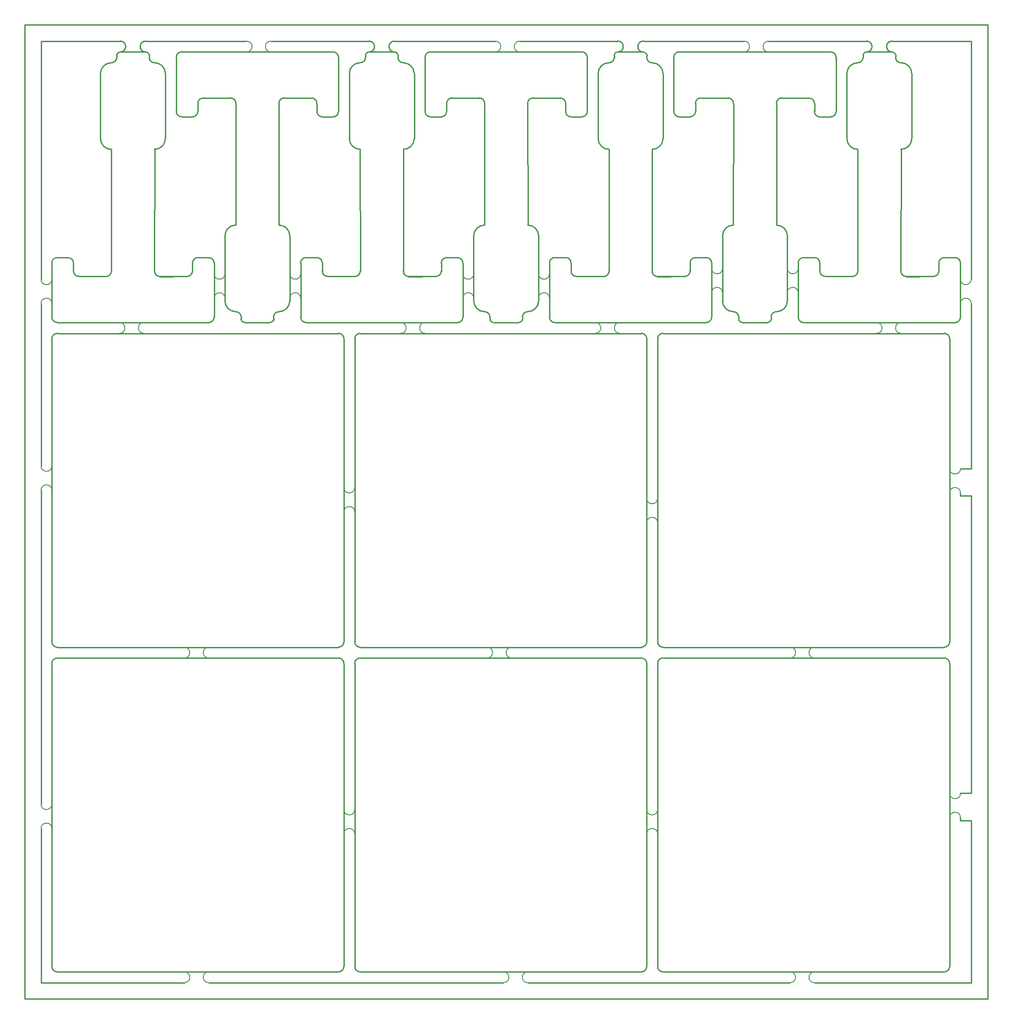
<source format=gko>
G04 Layer_Color=16711935*
%FSLAX44Y44*%
%MOMM*%
G71*
G01*
G75*
%ADD30C,0.2000*%
%ADD31C,0.2540*%
D30*
X295000Y630000D02*
G03*
X295000Y650000I0J10000D01*
G01*
X340000D02*
G03*
X340000Y630000I0J-10000D01*
G01*
X295000Y30000D02*
G03*
X295000Y50000I0J10000D01*
G01*
X340000D02*
G03*
X340000Y30000I0J-10000D01*
G01*
X885000D02*
G03*
X885000Y50000I0J10000D01*
G01*
X930000D02*
G03*
X930000Y30000I0J-10000D01*
G01*
X1415000D02*
G03*
X1415000Y50000I0J10000D01*
G01*
X1460000D02*
G03*
X1460000Y30000I0J-10000D01*
G01*
X1415000Y630000D02*
G03*
X1415000Y650000I0J10000D01*
G01*
X1460000D02*
G03*
X1460000Y630000I0J-10000D01*
G01*
X855000D02*
G03*
X855000Y650000I0J10000D01*
G01*
X900000D02*
G03*
X900000Y630000I0J-10000D01*
G01*
X175000Y1230000D02*
G03*
X175000Y1250000I0J10000D01*
G01*
X220000D02*
G03*
X220000Y1230000I0J-10000D01*
G01*
X695000D02*
G03*
X695000Y1250000I0J10000D01*
G01*
X740000D02*
G03*
X740000Y1230000I0J-10000D01*
G01*
X1055000D02*
G03*
X1055000Y1250000I0J10000D01*
G01*
X1100000D02*
G03*
X1100000Y1230000I0J-10000D01*
G01*
X1575000D02*
G03*
X1575000Y1250000I0J10000D01*
G01*
X1620000D02*
G03*
X1620000Y1230000I0J-10000D01*
G01*
X50000Y315000D02*
G03*
X30000Y315000I-10000J0D01*
G01*
Y360000D02*
G03*
X50000Y360000I10000J0D01*
G01*
X610000Y305000D02*
G03*
X590000Y305000I-10000J0D01*
G01*
Y350000D02*
G03*
X610000Y350000I10000J0D01*
G01*
X1170000Y305000D02*
G03*
X1150000Y305000I-10000J0D01*
G01*
Y350000D02*
G03*
X1170000Y350000I10000J0D01*
G01*
X1730000Y335000D02*
G03*
X1710000Y335000I-10000J0D01*
G01*
Y380000D02*
G03*
X1730000Y380000I10000J0D01*
G01*
Y935000D02*
G03*
X1710000Y935000I-10000J0D01*
G01*
Y980000D02*
G03*
X1730000Y980000I10000J0D01*
G01*
X1750000Y1285000D02*
G03*
X1730000Y1285000I-10000J0D01*
G01*
Y1330000D02*
G03*
X1750000Y1330000I10000J0D01*
G01*
X1430000Y1305000D02*
G03*
X1410000Y1305000I-10000J0D01*
G01*
Y1350000D02*
G03*
X1430000Y1350000I10000J0D01*
G01*
X1290000Y1305000D02*
G03*
X1270000Y1305000I-10000J0D01*
G01*
Y1350000D02*
G03*
X1290000Y1350000I10000J0D01*
G01*
X970000Y1295000D02*
G03*
X950000Y1295000I-10000J0D01*
G01*
Y1340000D02*
G03*
X970000Y1340000I10000J0D01*
G01*
X830000Y1295000D02*
G03*
X810000Y1295000I-10000J0D01*
G01*
Y1340000D02*
G03*
X830000Y1340000I10000J0D01*
G01*
X510000Y1295000D02*
G03*
X490000Y1295000I-10000J0D01*
G01*
Y1340000D02*
G03*
X510000Y1340000I10000J0D01*
G01*
X370000Y1295000D02*
G03*
X350000Y1295000I-10000J0D01*
G01*
Y1340000D02*
G03*
X370000Y1340000I10000J0D01*
G01*
X50000Y1285000D02*
G03*
X30000Y1285000I-10000J0D01*
G01*
Y1330000D02*
G03*
X50000Y1330000I10000J0D01*
G01*
X455000Y1770000D02*
G03*
X455000Y1750000I0J-10000D01*
G01*
X410000D02*
G03*
X410000Y1770000I0J10000D01*
G01*
X915000D02*
G03*
X915000Y1750000I0J-10000D01*
G01*
X870000D02*
G03*
X870000Y1770000I0J10000D01*
G01*
X1375000D02*
G03*
X1375000Y1750000I0J-10000D01*
G01*
X1330000D02*
G03*
X1330000Y1770000I0J10000D01*
G01*
X30000Y985000D02*
G03*
X50000Y985000I10000J0D01*
G01*
Y940000D02*
G03*
X30000Y940000I-10000J0D01*
G01*
X590000Y945000D02*
G03*
X610000Y945000I10000J0D01*
G01*
Y900000D02*
G03*
X590000Y900000I-10000J0D01*
G01*
X1150000Y925000D02*
G03*
X1170000Y925000I10000J0D01*
G01*
Y880000D02*
G03*
X1150000Y880000I-10000J0D01*
G01*
D31*
X580000Y50000D02*
G03*
X590000Y60000I0J10000D01*
G01*
X50000D02*
G03*
X60000Y50000I10000J0D01*
G01*
X590000Y620000D02*
G03*
X580000Y630000I-10000J0D01*
G01*
X60000D02*
G03*
X50000Y620000I0J-10000D01*
G01*
X1140000Y50000D02*
G03*
X1150000Y60000I0J10000D01*
G01*
X610000D02*
G03*
X620000Y50000I10000J0D01*
G01*
X1150000Y620000D02*
G03*
X1140000Y630000I-10000J0D01*
G01*
X620000D02*
G03*
X610000Y620000I0J-10000D01*
G01*
X1700000Y50000D02*
G03*
X1710000Y60000I0J10000D01*
G01*
X1170000D02*
G03*
X1180000Y50000I10000J0D01*
G01*
X1710000Y620000D02*
G03*
X1700000Y630000I-10000J0D01*
G01*
X1180000D02*
G03*
X1170000Y620000I0J-10000D01*
G01*
X1700000Y650000D02*
G03*
X1710000Y660000I0J10000D01*
G01*
X1170000D02*
G03*
X1180000Y650000I10000J0D01*
G01*
X1710000Y1220000D02*
G03*
X1700000Y1230000I-10000J0D01*
G01*
X1180000D02*
G03*
X1170000Y1220000I0J-10000D01*
G01*
X1140000Y650000D02*
G03*
X1150000Y660000I0J10000D01*
G01*
X610000D02*
G03*
X620000Y650000I10000J0D01*
G01*
X1150000Y1220000D02*
G03*
X1140000Y1230000I-10000J0D01*
G01*
X620000D02*
G03*
X610000Y1220000I0J-10000D01*
G01*
X580000Y650000D02*
G03*
X590000Y660000I0J10000D01*
G01*
X50000D02*
G03*
X60000Y650000I10000J0D01*
G01*
X590000Y1220000D02*
G03*
X580000Y1230000I-10000J0D01*
G01*
X60000D02*
G03*
X50000Y1220000I0J-10000D01*
G01*
X290000Y1750085D02*
G03*
X280000Y1740085I0J-10000D01*
G01*
Y1640085D02*
G03*
X290000Y1630085I10000J0D01*
G01*
X310000Y1630085D02*
G03*
X320000Y1640085I-0J10000D01*
G01*
X330000Y1664889D02*
G03*
X320000Y1655085I-99J-9902D01*
G01*
X540000Y1655000D02*
G03*
X530000Y1664803I-9902J-99D01*
G01*
X540000Y1640000D02*
G03*
X550000Y1630000I10000J-0D01*
G01*
X570000Y1630000D02*
G03*
X580000Y1640000I0J10000D01*
G01*
Y1740000D02*
G03*
X570000Y1750000I-10000J-0D01*
G01*
X390215Y1655000D02*
G03*
X380215Y1665000I-10000J0D01*
G01*
X479785D02*
G03*
X469785Y1655000I0J-10000D01*
G01*
X400000Y1260000D02*
G03*
X390000Y1270000I-10000J0D01*
G01*
X470000D02*
G03*
X460000Y1260000I0J-10000D01*
G01*
X399893Y1255000D02*
G03*
X407000Y1250000I6740J2029D01*
G01*
X453000D02*
G03*
X460107Y1255000I368J7029D01*
G01*
X470000Y1270000D02*
G03*
X490000Y1290000I0J20000D01*
G01*
X370000D02*
G03*
X390000Y1270000I20000J0D01*
G01*
X390000Y1430000D02*
G03*
X370000Y1410000I0J-20000D01*
G01*
X490000D02*
G03*
X470000Y1430000I-20000J-0D01*
G01*
X750000Y1750085D02*
G03*
X740000Y1740085I0J-10000D01*
G01*
Y1640085D02*
G03*
X750000Y1630085I10000J0D01*
G01*
X770000Y1630085D02*
G03*
X780000Y1640085I-0J10000D01*
G01*
X790000Y1664889D02*
G03*
X780000Y1655085I-99J-9902D01*
G01*
X1000000Y1655000D02*
G03*
X990000Y1664803I-9902J-99D01*
G01*
X1000000Y1640000D02*
G03*
X1010000Y1630000I10000J-0D01*
G01*
X1030000Y1630000D02*
G03*
X1040000Y1640000I0J10000D01*
G01*
Y1740000D02*
G03*
X1030000Y1750000I-10000J-0D01*
G01*
X850215Y1655000D02*
G03*
X840215Y1665000I-10000J0D01*
G01*
X939785D02*
G03*
X929785Y1655000I0J-10000D01*
G01*
X860000Y1260000D02*
G03*
X850000Y1270000I-10000J0D01*
G01*
X930000D02*
G03*
X920000Y1260000I0J-10000D01*
G01*
X859893Y1255000D02*
G03*
X867000Y1250000I6740J2029D01*
G01*
X913000D02*
G03*
X920107Y1255000I368J7029D01*
G01*
X930000Y1270000D02*
G03*
X950000Y1290000I0J20000D01*
G01*
X830000D02*
G03*
X850000Y1270000I20000J0D01*
G01*
X850000Y1430000D02*
G03*
X830000Y1410000I0J-20000D01*
G01*
X950000D02*
G03*
X930000Y1430000I-20000J-0D01*
G01*
X1210000Y1750085D02*
G03*
X1200000Y1740085I0J-10000D01*
G01*
Y1640085D02*
G03*
X1210000Y1630085I10000J0D01*
G01*
X1230000Y1630085D02*
G03*
X1240000Y1640085I-0J10000D01*
G01*
X1250000Y1664889D02*
G03*
X1240000Y1655085I-99J-9902D01*
G01*
X1460000Y1655000D02*
G03*
X1450000Y1664803I-9902J-99D01*
G01*
X1460000Y1640000D02*
G03*
X1470000Y1630000I10000J-0D01*
G01*
X1490000Y1630000D02*
G03*
X1500000Y1640000I0J10000D01*
G01*
Y1740000D02*
G03*
X1490000Y1750000I-10000J-0D01*
G01*
X1310215Y1655000D02*
G03*
X1300215Y1665000I-10000J0D01*
G01*
X1399785D02*
G03*
X1389785Y1655000I0J-10000D01*
G01*
X1320000Y1260000D02*
G03*
X1310000Y1270000I-10000J0D01*
G01*
X1390000D02*
G03*
X1380000Y1260000I0J-10000D01*
G01*
X1319892Y1255000D02*
G03*
X1327000Y1250000I6740J2029D01*
G01*
X1373000D02*
G03*
X1380107Y1255000I368J7029D01*
G01*
X1390000Y1270000D02*
G03*
X1410000Y1290000I0J20000D01*
G01*
X1290000D02*
G03*
X1310000Y1270000I20000J0D01*
G01*
X1310000Y1430000D02*
G03*
X1290000Y1410000I0J-20000D01*
G01*
X1410000D02*
G03*
X1390000Y1430000I-20000J-0D01*
G01*
X140000Y1590000D02*
G03*
X160000Y1570000I20000J0D01*
G01*
X240000D02*
G03*
X260000Y1590000I0J20000D01*
G01*
Y1710000D02*
G03*
X240000Y1730000I-20000J-0D01*
G01*
X160000Y1730000D02*
G03*
X140000Y1710000I0J-20000D01*
G01*
X177000Y1750000D02*
G03*
X169893Y1745000I-368J-7029D01*
G01*
X230107D02*
G03*
X223000Y1750000I-6740J-2029D01*
G01*
X160000Y1730000D02*
G03*
X170000Y1740000I0J10000D01*
G01*
X230000D02*
G03*
X240000Y1730000I10000J0D01*
G01*
X150215Y1335000D02*
G03*
X160215Y1345000I0J10000D01*
G01*
X239785D02*
G03*
X249785Y1335000I10000J0D01*
G01*
X50000Y1260000D02*
G03*
X60000Y1250000I10000J0D01*
G01*
Y1370000D02*
G03*
X50000Y1360000I0J-10000D01*
G01*
X90000Y1360000D02*
G03*
X80000Y1370000I-10000J0D01*
G01*
X90000Y1345000D02*
G03*
X100000Y1335197I9902J99D01*
G01*
X300000Y1335111D02*
G03*
X310000Y1344915I99J9902D01*
G01*
X320000Y1369915D02*
G03*
X310000Y1359915I0J-10000D01*
G01*
X350000Y1359915D02*
G03*
X340000Y1369915I-10000J-0D01*
G01*
Y1249915D02*
G03*
X350000Y1259915I0J10000D01*
G01*
X600000Y1590000D02*
G03*
X620000Y1570000I20000J0D01*
G01*
X700000D02*
G03*
X720000Y1590000I0J20000D01*
G01*
Y1710000D02*
G03*
X700000Y1730000I-20000J-0D01*
G01*
X620000Y1730000D02*
G03*
X600000Y1710000I0J-20000D01*
G01*
X637000Y1750000D02*
G03*
X629893Y1745000I-368J-7029D01*
G01*
X690107D02*
G03*
X683000Y1750000I-6740J-2029D01*
G01*
X620000Y1730000D02*
G03*
X630000Y1740000I0J10000D01*
G01*
X690000D02*
G03*
X700000Y1730000I10000J0D01*
G01*
X610215Y1335000D02*
G03*
X620215Y1345000I0J10000D01*
G01*
X699785D02*
G03*
X709785Y1335000I10000J0D01*
G01*
X510000Y1260000D02*
G03*
X520000Y1250000I10000J0D01*
G01*
Y1370000D02*
G03*
X510000Y1360000I0J-10000D01*
G01*
X550000Y1360000D02*
G03*
X540000Y1370000I-10000J0D01*
G01*
X550000Y1345000D02*
G03*
X560000Y1335197I9902J99D01*
G01*
X760000Y1335111D02*
G03*
X770000Y1344915I99J9902D01*
G01*
X780000Y1369915D02*
G03*
X770000Y1359915I0J-10000D01*
G01*
X810000Y1359915D02*
G03*
X800000Y1369915I-10000J-0D01*
G01*
Y1249915D02*
G03*
X810000Y1259915I0J10000D01*
G01*
X1060000Y1590000D02*
G03*
X1080000Y1570000I20000J0D01*
G01*
X1160000D02*
G03*
X1180000Y1590000I0J20000D01*
G01*
Y1710000D02*
G03*
X1160000Y1730000I-20000J-0D01*
G01*
X1080000Y1730000D02*
G03*
X1060000Y1710000I0J-20000D01*
G01*
X1097000Y1750000D02*
G03*
X1089893Y1745000I-368J-7029D01*
G01*
X1150107D02*
G03*
X1143000Y1750000I-6740J-2029D01*
G01*
X1080000Y1730000D02*
G03*
X1090000Y1740000I0J10000D01*
G01*
X1150000D02*
G03*
X1160000Y1730000I10000J0D01*
G01*
X1070215Y1335000D02*
G03*
X1080215Y1345000I0J10000D01*
G01*
X1159785D02*
G03*
X1169785Y1335000I10000J0D01*
G01*
X970000Y1260000D02*
G03*
X980000Y1250000I10000J0D01*
G01*
Y1370000D02*
G03*
X970000Y1360000I0J-10000D01*
G01*
X1010000Y1360000D02*
G03*
X1000000Y1370000I-10000J0D01*
G01*
X1010000Y1345000D02*
G03*
X1020000Y1335197I9902J99D01*
G01*
X1220000Y1335111D02*
G03*
X1230000Y1344915I99J9902D01*
G01*
X1240000Y1369915D02*
G03*
X1230000Y1359915I0J-10000D01*
G01*
X1270000Y1359915D02*
G03*
X1260000Y1369915I-10000J-0D01*
G01*
Y1249915D02*
G03*
X1270000Y1259915I0J10000D01*
G01*
X1520000Y1590000D02*
G03*
X1540000Y1570000I20000J0D01*
G01*
X1620000D02*
G03*
X1640000Y1590000I0J20000D01*
G01*
Y1710000D02*
G03*
X1620000Y1730000I-20000J-0D01*
G01*
X1540000Y1730000D02*
G03*
X1520000Y1710000I0J-20000D01*
G01*
X1557000Y1750000D02*
G03*
X1549893Y1745000I-368J-7029D01*
G01*
X1610107D02*
G03*
X1603000Y1750000I-6740J-2029D01*
G01*
X1540000Y1730000D02*
G03*
X1550000Y1740000I0J10000D01*
G01*
X1610000D02*
G03*
X1620000Y1730000I10000J0D01*
G01*
X1530215Y1335000D02*
G03*
X1540215Y1345000I0J10000D01*
G01*
X1619785D02*
G03*
X1629785Y1335000I10000J0D01*
G01*
X1430000Y1260000D02*
G03*
X1440000Y1250000I10000J0D01*
G01*
Y1370000D02*
G03*
X1430000Y1360000I0J-10000D01*
G01*
X1470000Y1360000D02*
G03*
X1460000Y1370000I-10000J0D01*
G01*
X1470000Y1345000D02*
G03*
X1480000Y1335197I9902J99D01*
G01*
X1680000Y1335111D02*
G03*
X1690000Y1344915I99J9902D01*
G01*
X1700000Y1369915D02*
G03*
X1690000Y1359915I0J-10000D01*
G01*
X1730000Y1359915D02*
G03*
X1720000Y1369915I-10000J-0D01*
G01*
Y1249915D02*
G03*
X1730000Y1259915I0J10000D01*
G01*
X1603500Y1769987D02*
G03*
X1603000Y1750000I7J-10000D01*
G01*
X1557000D02*
G03*
X1556500Y1769987I-506J9987D01*
G01*
X1097000Y1750000D02*
G03*
X1096500Y1769987I-506J9987D01*
G01*
X1143500D02*
G03*
X1143000Y1750000I7J-10000D01*
G01*
X637000D02*
G03*
X636500Y1769987I-506J9987D01*
G01*
X683500D02*
G03*
X683000Y1750000I7J-10000D01*
G01*
X177000D02*
G03*
X176500Y1769987I-506J9987D01*
G01*
X223500D02*
G03*
X223000Y1750000I7J-10000D01*
G01*
X0Y0D02*
X1780000D01*
Y1800000D01*
X0D02*
X1780000D01*
X0Y0D02*
Y1800000D01*
X330000Y1664889D02*
X380215Y1665000D01*
X280000Y1640085D02*
Y1740085D01*
X290000Y1630085D02*
X310000Y1630085D01*
X320000Y1640085D02*
X320000Y1655085D01*
X540000Y1655000D02*
X540000Y1640000D01*
X550000Y1630000D02*
X570000Y1630000D01*
X580000Y1640000D02*
Y1740000D01*
X479785Y1664915D02*
X530000Y1664803D01*
X399893Y1255000D02*
X400000Y1260000D01*
X407000Y1250000D02*
X453000D01*
X460000Y1260000D02*
X460107Y1255000D01*
X390000Y1430000D02*
X390215Y1655000D01*
X469785D02*
X470000Y1430000D01*
X790000Y1664889D02*
X840215Y1665000D01*
X740000Y1640085D02*
Y1740085D01*
X750000Y1630085D02*
X770000Y1630085D01*
X780000Y1640085D02*
X780000Y1655085D01*
X1000000Y1655000D02*
X1000000Y1640000D01*
X1010000Y1630000D02*
X1030000Y1630000D01*
X1040000Y1640000D02*
Y1740000D01*
X939785Y1664915D02*
X990000Y1664803D01*
X859893Y1255000D02*
X860000Y1260000D01*
X867000Y1250000D02*
X913000D01*
X920000Y1260000D02*
X920107Y1255000D01*
X850000Y1430000D02*
X850215Y1655000D01*
X929785D02*
X930000Y1430000D01*
X1250000Y1664889D02*
X1300215Y1665000D01*
X1200000Y1640085D02*
Y1740085D01*
X1210000Y1630085D02*
X1230000Y1630085D01*
X1240000Y1640085D02*
X1240000Y1655085D01*
X1460000Y1655000D02*
X1460000Y1640000D01*
X1470000Y1630000D02*
X1490000Y1630000D01*
X1500000Y1640000D02*
Y1740000D01*
X1399785Y1664915D02*
X1450000Y1664803D01*
X1319892Y1255000D02*
X1320000Y1260000D01*
X1327000Y1250000D02*
X1373000D01*
X1380000Y1260000D02*
X1380107Y1255000D01*
X1310000Y1430000D02*
X1310215Y1655000D01*
X1389785D02*
X1390000Y1430000D01*
X160000Y1570000D02*
X160215Y1345000D01*
X239785D02*
X240000Y1570000D01*
X260000Y1590000D02*
Y1710000D01*
X140000D02*
X140000Y1590000D01*
X169893Y1745000D02*
X170000Y1740000D01*
X230000D02*
X230107Y1745000D01*
X100000Y1335197D02*
X150215Y1335085D01*
X60000Y1370000D02*
X80000Y1370000D01*
X90000Y1360000D02*
X90000Y1345000D01*
X310000Y1344915D02*
X310000Y1359915D01*
X320000Y1369915D02*
X340000Y1369915D01*
X249785Y1335000D02*
X300000Y1335111D01*
X620000Y1570000D02*
X620215Y1345000D01*
X699785D02*
X700000Y1570000D01*
X720000Y1590000D02*
Y1710000D01*
X600000D02*
X600000Y1590000D01*
X629893Y1745000D02*
X630000Y1740000D01*
X690000D02*
X690107Y1745000D01*
X560000Y1335197D02*
X610215Y1335085D01*
X520000Y1250000D02*
X660000Y1250000D01*
X520000Y1370000D02*
X540000Y1370000D01*
X550000Y1360000D02*
X550000Y1345000D01*
X770000Y1344915D02*
X770000Y1359915D01*
X780000Y1369915D02*
X800000Y1369915D01*
X709785Y1335000D02*
X760000Y1335111D01*
X1080000Y1570000D02*
X1080215Y1345000D01*
X1159785D02*
X1160000Y1570000D01*
X1180000Y1590000D02*
Y1710000D01*
X1060000D02*
X1060000Y1590000D01*
X1089893Y1745000D02*
X1090000Y1740000D01*
X1150000D02*
X1150107Y1745000D01*
X1020000Y1335197D02*
X1070215Y1335085D01*
X1120000Y1250000D02*
X1260000Y1250000D01*
X980000Y1370000D02*
X1000000Y1370000D01*
X1010000Y1360000D02*
X1010000Y1345000D01*
X1230000Y1344915D02*
X1230000Y1359915D01*
X1240000Y1369915D02*
X1260000Y1369915D01*
X1169785Y1335000D02*
X1220000Y1335111D01*
X1540000Y1570000D02*
X1540215Y1345000D01*
X1619785D02*
X1620000Y1570000D01*
X1640000Y1590000D02*
Y1710000D01*
X1520000D02*
X1520000Y1590000D01*
X1549893Y1745000D02*
X1550000Y1740000D01*
X1610000D02*
X1610107Y1745000D01*
X1480000Y1335197D02*
X1530215Y1335085D01*
X1440000Y1370000D02*
X1460000Y1370000D01*
X1470000Y1360000D02*
X1470000Y1345000D01*
X1690000Y1344915D02*
X1690000Y1359915D01*
X1700000Y1369915D02*
X1720000Y1369915D01*
X1629785Y1335000D02*
X1680000Y1335111D01*
X60000Y50000D02*
X295000D01*
X50000Y315000D02*
X50000Y60000D01*
X50000Y360000D02*
X50000Y620000D01*
X60000Y630000D02*
X295000Y630000D01*
X60000Y650000D02*
X295000D01*
X50000Y940000D02*
X50000Y660000D01*
X50000Y985000D02*
X50000Y1220000D01*
X60000Y1230000D02*
X175000Y1230000D01*
X60000Y1250000D02*
X175000D01*
X220000D02*
X340000Y1249915D01*
X220000Y1230000D02*
X580000Y1230000D01*
X590000Y900000D02*
X590000Y660000D01*
X340000Y650000D02*
X580000D01*
X340000Y630000D02*
X580000D01*
X610000Y900000D02*
X610000Y660000D01*
X620000Y650000D02*
X855000D01*
X620000Y630000D02*
X855000Y630000D01*
X610000Y350000D02*
X610000Y620000D01*
X590000Y350000D02*
X590000Y620000D01*
X610000Y305000D02*
X610000Y60000D01*
X590000Y305000D02*
X590000Y60000D01*
X340000Y50000D02*
X580000D01*
X620000D02*
X885000D01*
X930000D02*
X1140000D01*
X1150000Y305000D02*
X1150000Y60000D01*
X1170000Y305000D02*
X1170000Y60000D01*
X1180000Y50000D02*
X1415000D01*
X1460000D02*
X1700000D01*
X1710000Y335000D02*
X1710000Y60000D01*
X1710000Y380000D02*
X1710000Y620000D01*
X1460000Y630000D02*
X1700000Y630000D01*
X1460000Y650000D02*
X1700000D01*
X1180000Y630000D02*
X1415000Y630000D01*
X1180000Y650000D02*
X1415000D01*
X1170000Y350000D02*
X1170000Y620000D01*
X1150000Y350000D02*
X1150000Y620000D01*
X900000Y630000D02*
X1140000Y630000D01*
X900000Y650000D02*
X1140000D01*
X1170000Y880000D02*
X1170000Y660000D01*
X1150000Y880000D02*
X1150000Y660000D01*
X1170000Y925000D02*
X1170000Y1220000D01*
X1150000Y925000D02*
X1150000Y1220000D01*
X1100000Y1230000D02*
X1140000Y1230000D01*
X740000Y1230000D02*
X1055000D01*
X620000Y1230000D02*
X695000Y1230000D01*
X610000Y945000D02*
X610000Y1220000D01*
X590000Y945000D02*
X590000Y1220000D01*
X30000Y1330000D02*
Y1770000D01*
Y985000D02*
Y1285000D01*
Y360000D02*
Y940000D01*
Y30000D02*
Y315000D01*
Y30000D02*
X295000D01*
X340000D02*
X885000D01*
X930000D02*
X1415000D01*
X1460000D02*
X1750000D01*
X50000Y1360000D02*
X50000Y1330000D01*
X50000Y1260000D02*
X50000Y1285000D01*
X350000Y1295000D02*
X350000Y1259915D01*
X350000Y1340000D02*
X350000Y1359915D01*
X370000Y1290000D02*
Y1295000D01*
Y1340000D02*
Y1410000D01*
X490000Y1340000D02*
X490000Y1410000D01*
X490000Y1295000D02*
X490000Y1290000D01*
X510000Y1260000D02*
X510000Y1295000D01*
X510000Y1360000D02*
X510000Y1340000D01*
X740000Y1250000D02*
X800000Y1249915D01*
X660000Y1250000D02*
X695000D01*
X810000Y1295000D02*
X810000Y1259915D01*
X810000Y1340000D02*
X810000Y1359915D01*
X830000Y1290000D02*
Y1295000D01*
Y1340000D02*
Y1410000D01*
X950000Y1340000D02*
X950000Y1410000D01*
X970000Y1340000D02*
Y1360000D01*
X950000Y1295000D02*
X950000Y1290000D01*
X970000Y1260000D02*
Y1295000D01*
X980000Y1250000D02*
X1055000D01*
X1100000D02*
X1120000D01*
X1270000Y1260000D02*
Y1305000D01*
X1290000Y1290000D02*
X1290000Y1305000D01*
X1270000Y1350000D02*
Y1360000D01*
X1290000Y1410000D02*
X1290000Y1350000D01*
X1410000Y1290000D02*
Y1305000D01*
X1430000Y1260000D02*
X1430000Y1305000D01*
X1440000Y1250000D02*
X1575000D01*
X1180000Y1230000D02*
X1575000Y1230000D01*
X1620000D02*
X1700000Y1230000D01*
X1620000Y1250000D02*
X1720000D01*
X1730000Y1260000D02*
Y1285000D01*
Y1330000D02*
Y1360000D01*
Y980000D02*
X1750000D01*
X1730000Y930000D02*
Y935000D01*
Y930000D02*
X1750000D01*
X1730000Y380000D02*
X1750000D01*
X1730000Y330000D02*
Y335000D01*
Y330000D02*
X1750000D01*
Y30000D02*
Y330000D01*
Y380000D02*
Y930000D01*
Y980000D02*
X1750000Y1285000D01*
X1750000Y1770000D02*
X1750000Y1330000D01*
X1710000Y935000D02*
X1710000Y660000D01*
X1710000Y980000D02*
X1710000Y1220000D01*
X1375000Y1750000D02*
X1490000D01*
X1210000Y1750085D02*
X1330000Y1750000D01*
X30000Y1770000D02*
X176500Y1769987D01*
X223500D02*
X410000Y1770000D01*
X290000Y1750085D02*
X410000Y1750000D01*
X455000D02*
X570000D01*
X455000Y1770000D02*
X636500Y1769987D01*
X683500D02*
X870000Y1770000D01*
X750000Y1750085D02*
X870000Y1750000D01*
X915000D02*
X1030000D01*
X915000Y1770000D02*
X1096500Y1769987D01*
X1143500D02*
X1330000Y1770000D01*
X1375000D02*
X1556500Y1769987D01*
X1603500D02*
X1750000Y1770000D01*
X1430000Y1360000D02*
X1430000Y1350000D01*
X1410000D02*
Y1410000D01*
X340000Y1249905D02*
G03*
X350000Y1259905I0J10000D01*
G01*
Y1359905D02*
G03*
X340000Y1369905I-10000J-0D01*
G01*
X320000Y1369905D02*
G03*
X310000Y1359905I0J-10000D01*
G01*
X300000Y1335102D02*
G03*
X310000Y1344905I99J9902D01*
G01*
X90000Y1344990D02*
G03*
X100000Y1335187I9902J99D01*
G01*
X90000Y1359990D02*
G03*
X80000Y1369990I-10000J0D01*
G01*
X60000Y1369990D02*
G03*
X50000Y1359990I0J-10000D01*
G01*
Y1259990D02*
G03*
X60000Y1249990I10000J0D01*
G01*
X239785Y1344991D02*
G03*
X249785Y1334990I10000J0D01*
G01*
X150215D02*
G03*
X160215Y1344991I0J10000D01*
G01*
X230000Y1739990D02*
G03*
X240000Y1729990I10000J0D01*
G01*
X160000D02*
G03*
X170000Y1739990I0J10000D01*
G01*
X230107Y1744990D02*
G03*
X223000Y1749990I-6740J-2029D01*
G01*
X177000D02*
G03*
X169892Y1744990I-368J-7029D01*
G01*
X160000Y1729990D02*
G03*
X140000Y1709990I-0J-20000D01*
G01*
X260000D02*
G03*
X240000Y1729990I-20000J-0D01*
G01*
X240000Y1569990D02*
G03*
X260000Y1589990I0J20000D01*
G01*
X140000D02*
G03*
X160000Y1569990I20000J0D01*
G01*
X300000Y1335102D02*
X249785Y1334990D01*
X350000Y1359905D02*
Y1259905D01*
X340000Y1369905D02*
X320000Y1369905D01*
X310000Y1359905D02*
X310000Y1344905D01*
X90000Y1344990D02*
X90000Y1359990D01*
X80000Y1369990D02*
X60000Y1369990D01*
X50000Y1359990D02*
Y1259990D01*
X200000Y1249990D02*
X60000Y1249990D01*
X340000D02*
X200000Y1249990D01*
X150215Y1335076D02*
X100000Y1335187D01*
X230107Y1744990D02*
X230000Y1739990D01*
X223000Y1749990D02*
X177000D01*
X170000Y1739990D02*
X169892Y1744990D01*
X140000Y1589990D02*
X140000Y1709990D01*
X260000D02*
Y1589990D01*
X240000Y1569990D02*
X239785Y1344991D01*
X160215D02*
X160000Y1569990D01*
X290000Y1750095D02*
G03*
X280000Y1740095I0J-10000D01*
G01*
Y1640095D02*
G03*
X290000Y1630095I10000J0D01*
G01*
X310000Y1630095D02*
G03*
X320000Y1640095I-0J10000D01*
G01*
X330000Y1664898D02*
G03*
X320000Y1655095I-99J-9902D01*
G01*
X540000Y1655010D02*
G03*
X530000Y1664813I-9902J-99D01*
G01*
X540000Y1640010D02*
G03*
X550000Y1630010I10000J-0D01*
G01*
X570000Y1630010D02*
G03*
X580000Y1640010I0J10000D01*
G01*
Y1740010D02*
G03*
X570000Y1750010I-10000J-0D01*
G01*
X390215Y1655010D02*
G03*
X380215Y1665010I-10000J0D01*
G01*
X479785D02*
G03*
X469785Y1655010I0J-10000D01*
G01*
X400000Y1260010D02*
G03*
X390000Y1270010I-10000J0D01*
G01*
X470000D02*
G03*
X460000Y1260010I0J-10000D01*
G01*
X399893Y1255010D02*
G03*
X407000Y1250010I6740J2029D01*
G01*
X453000D02*
G03*
X460107Y1255010I368J7029D01*
G01*
X470000Y1270010D02*
G03*
X490000Y1290010I0J20000D01*
G01*
X370000D02*
G03*
X390000Y1270010I20000J0D01*
G01*
X390000Y1430010D02*
G03*
X370000Y1410010I0J-20000D01*
G01*
X490000D02*
G03*
X470000Y1430010I-20000J-0D01*
G01*
X330000Y1664898D02*
X380215Y1665010D01*
X280000Y1640095D02*
Y1740095D01*
X290000Y1630095D02*
X310000Y1630095D01*
X320000Y1640095D02*
X320000Y1655095D01*
X540000Y1655010D02*
X540000Y1640010D01*
X550000Y1630010D02*
X570000Y1630010D01*
X580000Y1640010D02*
Y1740010D01*
X430000Y1750010D02*
X570000Y1750010D01*
X290000D02*
X430000Y1750010D01*
X479785Y1664924D02*
X530000Y1664813D01*
X399893Y1255010D02*
X400000Y1260010D01*
X407000Y1250010D02*
X453000D01*
X460000Y1260010D02*
X460107Y1255010D01*
X490000Y1410010D02*
X490000Y1290010D01*
X370000D02*
Y1410010D01*
X390000Y1430010D02*
X390215Y1655010D01*
X469785D02*
X470000Y1430010D01*
X1700000Y50000D02*
G03*
X1710000Y60000I0J10000D01*
G01*
X1170000D02*
G03*
X1180000Y50000I10000J0D01*
G01*
X1710000Y620000D02*
G03*
X1700000Y630000I-10000J0D01*
G01*
X1180000D02*
G03*
X1170000Y620000I0J-10000D01*
G01*
X1180000Y50000D02*
X1700000D01*
X1710000Y60000D02*
Y620000D01*
X1170000Y60000D02*
Y620000D01*
X1180000Y630000D02*
X1700000D01*
X1140000Y50000D02*
G03*
X1150000Y60000I0J10000D01*
G01*
X610000D02*
G03*
X620000Y50000I10000J0D01*
G01*
X1150000Y620000D02*
G03*
X1140000Y630000I-10000J0D01*
G01*
X620000D02*
G03*
X610000Y620000I0J-10000D01*
G01*
X620000Y50000D02*
X1140000D01*
X1150000Y60000D02*
Y620000D01*
X610000Y60000D02*
Y620000D01*
X620000Y630000D02*
X1140000D01*
X60000D02*
G03*
X50000Y620000I0J-10000D01*
G01*
X590000D02*
G03*
X580000Y630000I-10000J0D01*
G01*
X50000Y60000D02*
G03*
X60000Y50000I10000J0D01*
G01*
X580000D02*
G03*
X590000Y60000I0J10000D01*
G01*
X60000Y630000D02*
X580000D01*
X50000Y60000D02*
Y620000D01*
X590000Y60000D02*
Y620000D01*
X60000Y50000D02*
X580000D01*
X580000Y650000D02*
G03*
X590000Y660000I0J10000D01*
G01*
X50000D02*
G03*
X60000Y650000I10000J0D01*
G01*
X590000Y1220000D02*
G03*
X580000Y1230000I-10000J0D01*
G01*
X60000D02*
G03*
X50000Y1220000I0J-10000D01*
G01*
X60000Y650000D02*
X580000D01*
X590000Y660000D02*
Y1220000D01*
X50000Y660000D02*
Y1220000D01*
X60000Y1230000D02*
X580000D01*
X620000D02*
G03*
X610000Y1220000I0J-10000D01*
G01*
X1150000D02*
G03*
X1140000Y1230000I-10000J0D01*
G01*
X610000Y660000D02*
G03*
X620000Y650000I10000J0D01*
G01*
X1140000D02*
G03*
X1150000Y660000I0J10000D01*
G01*
X620000Y1230000D02*
X1140000D01*
X610000Y660000D02*
Y1220000D01*
X1150000Y660000D02*
Y1220000D01*
X620000Y650000D02*
X1140000D01*
X1700000D02*
G03*
X1710000Y660000I0J10000D01*
G01*
X1170000D02*
G03*
X1180000Y650000I10000J0D01*
G01*
X1710000Y1220000D02*
G03*
X1700000Y1230000I-10000J0D01*
G01*
X1180000D02*
G03*
X1170000Y1220000I0J-10000D01*
G01*
X1180000Y650000D02*
X1700000D01*
X1710000Y660000D02*
Y1220000D01*
X1170000Y660000D02*
Y1220000D01*
X1180000Y1230000D02*
X1700000D01*
X750000Y1750095D02*
G03*
X740000Y1740095I0J-10000D01*
G01*
Y1640095D02*
G03*
X750000Y1630095I10000J0D01*
G01*
X770000Y1630095D02*
G03*
X780000Y1640095I-0J10000D01*
G01*
X790000Y1664898D02*
G03*
X780000Y1655095I-99J-9902D01*
G01*
X1000000Y1655010D02*
G03*
X990000Y1664813I-9902J-99D01*
G01*
X1000000Y1640010D02*
G03*
X1010000Y1630010I10000J-0D01*
G01*
X1030000Y1630010D02*
G03*
X1040000Y1640010I0J10000D01*
G01*
Y1740010D02*
G03*
X1030000Y1750010I-10000J-0D01*
G01*
X850215Y1655010D02*
G03*
X840215Y1665010I-10000J0D01*
G01*
X939785D02*
G03*
X929785Y1655010I0J-10000D01*
G01*
X860000Y1260010D02*
G03*
X850000Y1270010I-10000J0D01*
G01*
X930000D02*
G03*
X920000Y1260010I0J-10000D01*
G01*
X859893Y1255010D02*
G03*
X867000Y1250010I6740J2029D01*
G01*
X913000D02*
G03*
X920107Y1255010I368J7029D01*
G01*
X930000Y1270010D02*
G03*
X950000Y1290010I0J20000D01*
G01*
X830000D02*
G03*
X850000Y1270010I20000J0D01*
G01*
X850000Y1430010D02*
G03*
X830000Y1410010I0J-20000D01*
G01*
X950000D02*
G03*
X930000Y1430010I-20000J-0D01*
G01*
X790000Y1664898D02*
X840215Y1665010D01*
X740000Y1640095D02*
Y1740095D01*
X750000Y1630095D02*
X770000Y1630095D01*
X780000Y1640095D02*
X780000Y1655095D01*
X1000000Y1655010D02*
X1000000Y1640010D01*
X1010000Y1630010D02*
X1030000Y1630010D01*
X1040000Y1640010D02*
Y1740010D01*
X890000Y1750010D02*
X1030000Y1750010D01*
X750000D02*
X890000Y1750010D01*
X939785Y1664924D02*
X990000Y1664813D01*
X859893Y1255010D02*
X860000Y1260010D01*
X867000Y1250010D02*
X913000D01*
X920000Y1260010D02*
X920107Y1255010D01*
X950000Y1410010D02*
X950000Y1290010D01*
X830000D02*
Y1410010D01*
X850000Y1430010D02*
X850215Y1655010D01*
X929785D02*
X930000Y1430010D01*
X800000Y1249905D02*
G03*
X810000Y1259905I0J10000D01*
G01*
Y1359905D02*
G03*
X800000Y1369905I-10000J-0D01*
G01*
X780000Y1369905D02*
G03*
X770000Y1359905I0J-10000D01*
G01*
X759999Y1335102D02*
G03*
X770000Y1344905I99J9902D01*
G01*
X550000Y1344990D02*
G03*
X560000Y1335187I9902J99D01*
G01*
X550000Y1359990D02*
G03*
X540000Y1369990I-10000J0D01*
G01*
X520000Y1369990D02*
G03*
X510000Y1359990I0J-10000D01*
G01*
Y1259990D02*
G03*
X520000Y1249990I10000J0D01*
G01*
X699785Y1344991D02*
G03*
X709785Y1334990I10000J0D01*
G01*
X610215D02*
G03*
X620215Y1344991I0J10000D01*
G01*
X690000Y1739990D02*
G03*
X700000Y1729990I10000J0D01*
G01*
X620000D02*
G03*
X630000Y1739990I0J10000D01*
G01*
X690107Y1744990D02*
G03*
X683000Y1749990I-6740J-2029D01*
G01*
X637000D02*
G03*
X629892Y1744990I-368J-7029D01*
G01*
X620000Y1729990D02*
G03*
X600000Y1709990I-0J-20000D01*
G01*
X720000D02*
G03*
X700000Y1729990I-20000J-0D01*
G01*
X700000Y1569990D02*
G03*
X720000Y1589990I0J20000D01*
G01*
X600000D02*
G03*
X620000Y1569990I20000J0D01*
G01*
X759999Y1335102D02*
X709785Y1334990D01*
X810000Y1359905D02*
Y1259905D01*
X800000Y1369905D02*
X780000Y1369905D01*
X770000Y1359905D02*
X770000Y1344905D01*
X550000Y1344990D02*
X550000Y1359990D01*
X540000Y1369990D02*
X520000Y1369990D01*
X510000Y1359990D02*
Y1259990D01*
X660000Y1249990D02*
X520000Y1249990D01*
X800000D02*
X660000Y1249990D01*
X610215Y1335076D02*
X560000Y1335187D01*
X690107Y1744990D02*
X690000Y1739990D01*
X683000Y1749990D02*
X637000D01*
X630000Y1739990D02*
X629892Y1744990D01*
X600000Y1589990D02*
X600000Y1709990D01*
X720000D02*
Y1589990D01*
X700000Y1569990D02*
X699785Y1344991D01*
X620215D02*
X620000Y1569990D01*
X1210000Y1750095D02*
G03*
X1200000Y1740095I0J-10000D01*
G01*
Y1640095D02*
G03*
X1210000Y1630095I10000J0D01*
G01*
X1230000Y1630095D02*
G03*
X1240000Y1640095I-0J10000D01*
G01*
X1250000Y1664898D02*
G03*
X1240000Y1655095I-99J-9902D01*
G01*
X1460000Y1655010D02*
G03*
X1450000Y1664813I-9902J-99D01*
G01*
X1460000Y1640010D02*
G03*
X1470000Y1630010I10000J-0D01*
G01*
X1490000Y1630010D02*
G03*
X1500000Y1640010I0J10000D01*
G01*
Y1740010D02*
G03*
X1490000Y1750010I-10000J-0D01*
G01*
X1310215Y1655010D02*
G03*
X1300215Y1665010I-10000J0D01*
G01*
X1399785D02*
G03*
X1389785Y1655010I0J-10000D01*
G01*
X1320000Y1260010D02*
G03*
X1310000Y1270010I-10000J0D01*
G01*
X1390000D02*
G03*
X1380000Y1260010I0J-10000D01*
G01*
X1319893Y1255010D02*
G03*
X1327000Y1250010I6740J2029D01*
G01*
X1373000D02*
G03*
X1380108Y1255010I368J7029D01*
G01*
X1390000Y1270010D02*
G03*
X1410000Y1290010I0J20000D01*
G01*
X1290000D02*
G03*
X1310000Y1270010I20000J0D01*
G01*
X1310000Y1430010D02*
G03*
X1290000Y1410010I0J-20000D01*
G01*
X1410000D02*
G03*
X1390000Y1430010I-20000J-0D01*
G01*
X1250000Y1664898D02*
X1300215Y1665010D01*
X1200000Y1640095D02*
Y1740095D01*
X1210000Y1630095D02*
X1230000Y1630095D01*
X1240000Y1640095D02*
X1240000Y1655095D01*
X1460000Y1655010D02*
X1460000Y1640010D01*
X1470000Y1630010D02*
X1490000Y1630010D01*
X1500000Y1640010D02*
Y1740010D01*
X1350000Y1750010D02*
X1490000Y1750010D01*
X1210000D02*
X1350000Y1750010D01*
X1399785Y1664924D02*
X1450000Y1664813D01*
X1319893Y1255010D02*
X1320000Y1260010D01*
X1327000Y1250010D02*
X1373000D01*
X1380000Y1260010D02*
X1380108Y1255010D01*
X1410000Y1410010D02*
X1410000Y1290010D01*
X1290000D02*
Y1410010D01*
X1310000Y1430010D02*
X1310215Y1655010D01*
X1389785D02*
X1390000Y1430010D01*
X1260000Y1249905D02*
G03*
X1270000Y1259905I0J10000D01*
G01*
Y1359905D02*
G03*
X1260000Y1369905I-10000J-0D01*
G01*
X1240000Y1369905D02*
G03*
X1230000Y1359905I0J-10000D01*
G01*
X1219999Y1335102D02*
G03*
X1230000Y1344905I99J9902D01*
G01*
X1010000Y1344990D02*
G03*
X1020000Y1335187I9902J99D01*
G01*
X1010000Y1359990D02*
G03*
X1000000Y1369990I-10000J0D01*
G01*
X980000Y1369990D02*
G03*
X970000Y1359990I0J-10000D01*
G01*
Y1259990D02*
G03*
X980000Y1249990I10000J0D01*
G01*
X1159785Y1344991D02*
G03*
X1169785Y1334990I10000J0D01*
G01*
X1070215D02*
G03*
X1080215Y1344991I0J10000D01*
G01*
X1150000Y1739990D02*
G03*
X1160000Y1729990I10000J0D01*
G01*
X1080000D02*
G03*
X1090000Y1739990I0J10000D01*
G01*
X1150107Y1744990D02*
G03*
X1143000Y1749990I-6740J-2029D01*
G01*
X1097000D02*
G03*
X1089892Y1744990I-368J-7029D01*
G01*
X1080000Y1729990D02*
G03*
X1060000Y1709990I-0J-20000D01*
G01*
X1180000D02*
G03*
X1160000Y1729990I-20000J-0D01*
G01*
X1160000Y1569990D02*
G03*
X1180000Y1589990I0J20000D01*
G01*
X1060000D02*
G03*
X1080000Y1569990I20000J0D01*
G01*
X1219999Y1335102D02*
X1169785Y1334990D01*
X1270000Y1359905D02*
Y1259905D01*
X1260000Y1369905D02*
X1240000Y1369905D01*
X1230000Y1359905D02*
X1230000Y1344905D01*
X1010000Y1344990D02*
X1010000Y1359990D01*
X1000000Y1369990D02*
X980000Y1369990D01*
X970000Y1359990D02*
Y1259990D01*
X1120000Y1249990D02*
X980000Y1249990D01*
X1260000D02*
X1120000Y1249990D01*
X1070215Y1335076D02*
X1020000Y1335187D01*
X1150107Y1744990D02*
X1150000Y1739990D01*
X1143000Y1749990D02*
X1097000D01*
X1090000Y1739990D02*
X1089892Y1744990D01*
X1060000Y1589990D02*
X1060000Y1709990D01*
X1180000D02*
Y1589990D01*
X1160000Y1569990D02*
X1159785Y1344991D01*
X1080215D02*
X1080000Y1569990D01*
X1720000Y1249905D02*
G03*
X1730000Y1259905I0J10000D01*
G01*
Y1359905D02*
G03*
X1720000Y1369905I-10000J-0D01*
G01*
X1700000Y1369905D02*
G03*
X1690000Y1359905I0J-10000D01*
G01*
X1680000Y1335102D02*
G03*
X1690000Y1344905I99J9902D01*
G01*
X1470000Y1344990D02*
G03*
X1480000Y1335187I9902J99D01*
G01*
X1470000Y1359990D02*
G03*
X1460000Y1369990I-10000J0D01*
G01*
X1440000Y1369990D02*
G03*
X1430000Y1359990I0J-10000D01*
G01*
Y1259990D02*
G03*
X1440000Y1249990I10000J0D01*
G01*
X1619785Y1344991D02*
G03*
X1629785Y1334990I10000J0D01*
G01*
X1530215D02*
G03*
X1540215Y1344991I0J10000D01*
G01*
X1610000Y1739990D02*
G03*
X1620000Y1729990I10000J0D01*
G01*
X1540000D02*
G03*
X1550000Y1739990I0J10000D01*
G01*
X1610107Y1744990D02*
G03*
X1603000Y1749990I-6740J-2029D01*
G01*
X1557000D02*
G03*
X1549892Y1744990I-368J-7029D01*
G01*
X1540000Y1729990D02*
G03*
X1520000Y1709990I-0J-20000D01*
G01*
X1640000D02*
G03*
X1620000Y1729990I-20000J-0D01*
G01*
X1620000Y1569990D02*
G03*
X1640000Y1589990I0J20000D01*
G01*
X1520000D02*
G03*
X1540000Y1569990I20000J0D01*
G01*
X1680000Y1335102D02*
X1629785Y1334990D01*
X1730000Y1359905D02*
Y1259905D01*
X1720000Y1369905D02*
X1700000Y1369905D01*
X1690000Y1359905D02*
X1690000Y1344905D01*
X1470000Y1344990D02*
X1470000Y1359990D01*
X1460000Y1369990D02*
X1440000Y1369990D01*
X1430000Y1359990D02*
Y1259990D01*
X1580000Y1249990D02*
X1440000Y1249990D01*
X1720000D02*
X1580000Y1249990D01*
X1530215Y1335076D02*
X1480000Y1335187D01*
X1610107Y1744990D02*
X1610000Y1739990D01*
X1603000Y1749990D02*
X1557000D01*
X1550000Y1739990D02*
X1549892Y1744990D01*
X1520000Y1589990D02*
X1520000Y1709990D01*
X1640000D02*
Y1589990D01*
X1620000Y1569990D02*
X1619785Y1344991D01*
X1540215D02*
X1540000Y1569990D01*
M02*

</source>
